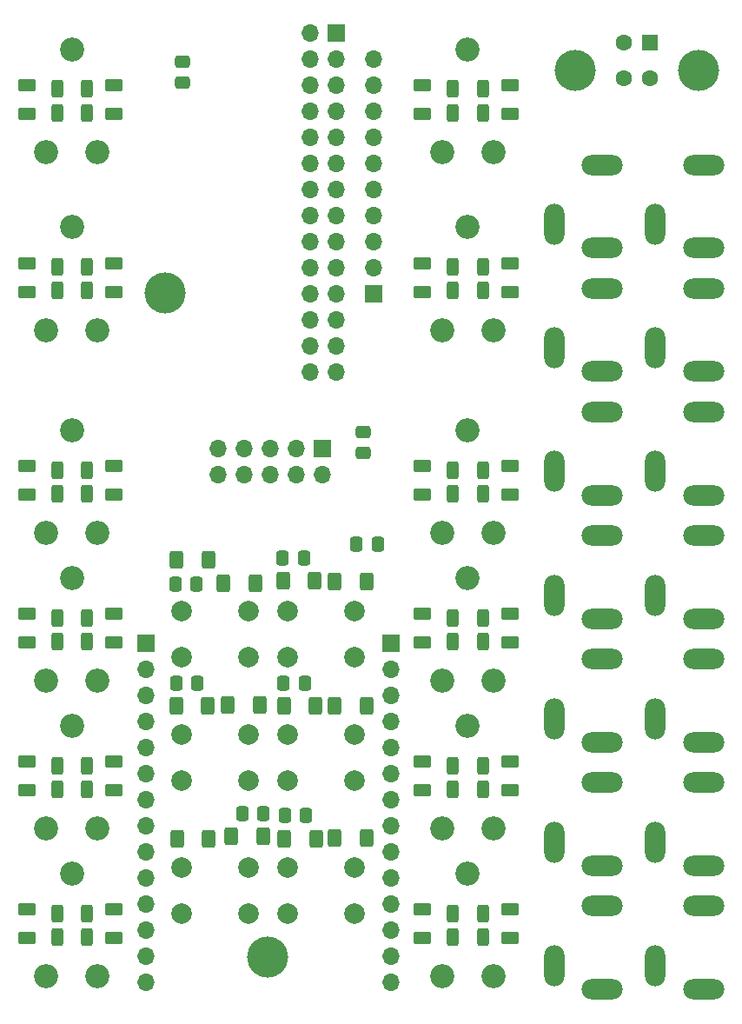
<source format=gbr>
%TF.GenerationSoftware,KiCad,Pcbnew,(6.0.6)*%
%TF.CreationDate,2022-11-26T14:50:16+01:00*%
%TF.ProjectId,wt,77742e6b-6963-4616-945f-706362585858,rev?*%
%TF.SameCoordinates,Original*%
%TF.FileFunction,Soldermask,Top*%
%TF.FilePolarity,Negative*%
%FSLAX46Y46*%
G04 Gerber Fmt 4.6, Leading zero omitted, Abs format (unit mm)*
G04 Created by KiCad (PCBNEW (6.0.6)) date 2022-11-26 14:50:16*
%MOMM*%
%LPD*%
G01*
G04 APERTURE LIST*
G04 Aperture macros list*
%AMRoundRect*
0 Rectangle with rounded corners*
0 $1 Rounding radius*
0 $2 $3 $4 $5 $6 $7 $8 $9 X,Y pos of 4 corners*
0 Add a 4 corners polygon primitive as box body*
4,1,4,$2,$3,$4,$5,$6,$7,$8,$9,$2,$3,0*
0 Add four circle primitives for the rounded corners*
1,1,$1+$1,$2,$3*
1,1,$1+$1,$4,$5*
1,1,$1+$1,$6,$7*
1,1,$1+$1,$8,$9*
0 Add four rect primitives between the rounded corners*
20,1,$1+$1,$2,$3,$4,$5,0*
20,1,$1+$1,$4,$5,$6,$7,0*
20,1,$1+$1,$6,$7,$8,$9,0*
20,1,$1+$1,$8,$9,$2,$3,0*%
G04 Aperture macros list end*
%ADD10C,2.340000*%
%ADD11RoundRect,0.250000X-0.312500X-0.625000X0.312500X-0.625000X0.312500X0.625000X-0.312500X0.625000X0*%
%ADD12RoundRect,0.250000X-0.625000X0.375000X-0.625000X-0.375000X0.625000X-0.375000X0.625000X0.375000X0*%
%ADD13C,2.000000*%
%ADD14C,4.000000*%
%ADD15O,4.000000X2.000000*%
%ADD16O,2.000000X4.000000*%
%ADD17RoundRect,0.250000X-0.400000X-0.625000X0.400000X-0.625000X0.400000X0.625000X-0.400000X0.625000X0*%
%ADD18R,1.700000X1.700000*%
%ADD19O,1.700000X1.700000*%
%ADD20RoundRect,0.250000X0.400000X0.625000X-0.400000X0.625000X-0.400000X-0.625000X0.400000X-0.625000X0*%
%ADD21R,1.600000X1.600000*%
%ADD22C,1.600000*%
%ADD23RoundRect,0.250000X-0.337500X-0.475000X0.337500X-0.475000X0.337500X0.475000X-0.337500X0.475000X0*%
%ADD24RoundRect,0.250000X-0.475000X0.337500X-0.475000X-0.337500X0.475000X-0.337500X0.475000X0.337500X0*%
%ADD25RoundRect,0.250000X0.337500X0.475000X-0.337500X0.475000X-0.337500X-0.475000X0.337500X-0.475000X0*%
G04 APERTURE END LIST*
D10*
%TO.C,RV13*%
X8540012Y-33479999D03*
X6040012Y-23479999D03*
X3540012Y-33479999D03*
D11*
X7513312Y-29657199D03*
X4588312Y-29657199D03*
D12*
X1618612Y-26977599D03*
X1618612Y-29777599D03*
D11*
X4588312Y-27345799D03*
X7513312Y-27345799D03*
D12*
X10152812Y-26977599D03*
X10152812Y-29777599D03*
%TD*%
D13*
%TO.C,SW2*%
X16751678Y-60867225D03*
X23251678Y-60867225D03*
X16751678Y-65367225D03*
X23251678Y-65367225D03*
%TD*%
%TO.C,SW5*%
X16751678Y-85867225D03*
X23251678Y-85867225D03*
X16751678Y-90367225D03*
X23251678Y-90367225D03*
%TD*%
D14*
%TO.C,REF\u002A\u002A*%
X15134713Y-29863114D03*
%TD*%
D13*
%TO.C,SW4*%
X33577600Y-72901115D03*
X27077600Y-72901115D03*
X33577600Y-77401115D03*
X27077600Y-77401115D03*
%TD*%
D15*
%TO.C,U12*%
X67600000Y-49568571D03*
X67600000Y-41468571D03*
D16*
X62900000Y-47268571D03*
%TD*%
D17*
%TO.C,R39*%
X21210000Y-70040000D03*
X24310000Y-70040000D03*
%TD*%
D18*
%TO.C,J3*%
X35427044Y-30000000D03*
D19*
X35427044Y-27460000D03*
X35427044Y-24920000D03*
X35427044Y-22380000D03*
X35427044Y-19840000D03*
X35427044Y-17300000D03*
X35427044Y-14760000D03*
X35427044Y-12220000D03*
X35427044Y-9680000D03*
X35427044Y-7140000D03*
%TD*%
D20*
%TO.C,R30*%
X19304600Y-55880000D03*
X16204600Y-55880000D03*
%TD*%
D13*
%TO.C,SW3*%
X16751678Y-72901115D03*
X23251678Y-72901115D03*
X16751678Y-77401115D03*
X23251678Y-77401115D03*
%TD*%
D10*
%TO.C,RV5*%
X47100000Y-53263333D03*
X44600000Y-43263333D03*
X42100000Y-53263333D03*
D11*
X46073300Y-49440533D03*
X43148300Y-49440533D03*
D12*
X40178600Y-46760933D03*
X40178600Y-49560933D03*
D11*
X43148300Y-47129133D03*
X46073300Y-47129133D03*
D12*
X48712800Y-46760933D03*
X48712800Y-49560933D03*
%TD*%
D18*
%TO.C,J4*%
X30427044Y-45000000D03*
D19*
X30427044Y-47540000D03*
X27887044Y-45000000D03*
X27887044Y-47540000D03*
X25347044Y-45000000D03*
X25347044Y-47540000D03*
X22807044Y-45000000D03*
X22807044Y-47540000D03*
X20267044Y-45000000D03*
X20267044Y-47540000D03*
%TD*%
D21*
%TO.C,J1*%
X62310000Y-5477500D03*
D22*
X59810000Y-5477500D03*
X59810000Y-8977500D03*
X62310000Y-8977500D03*
D14*
X55040000Y-8187500D03*
X67080000Y-8187500D03*
%TD*%
D20*
%TO.C,R40*%
X29780000Y-70080000D03*
X26680000Y-70080000D03*
%TD*%
D15*
%TO.C,U8*%
X57700000Y-49568571D03*
X57700000Y-41468571D03*
D16*
X53000000Y-47268571D03*
%TD*%
D23*
%TO.C,C11*%
X16082500Y-58270000D03*
X18157500Y-58270000D03*
%TD*%
D15*
%TO.C,U13*%
X67600000Y-73639285D03*
X67600000Y-65539285D03*
D16*
X62900000Y-71339285D03*
%TD*%
D10*
%TO.C,RV1*%
X8540012Y-53263333D03*
X6040012Y-43263333D03*
X3540012Y-53263333D03*
D11*
X7513312Y-49440533D03*
X4588312Y-49440533D03*
D12*
X1618612Y-46760933D03*
X1618612Y-49560933D03*
D11*
X4588312Y-47129133D03*
X7513312Y-47129133D03*
D12*
X10152812Y-46760933D03*
X10152812Y-49560933D03*
%TD*%
D17*
%TO.C,R45*%
X31630000Y-82990000D03*
X34730000Y-82990000D03*
%TD*%
D23*
%TO.C,C10*%
X26552500Y-55730000D03*
X28627500Y-55730000D03*
%TD*%
D10*
%TO.C,RV10*%
X47100000Y-67653333D03*
X44600000Y-57653333D03*
X42100000Y-67653333D03*
D11*
X46073300Y-63830533D03*
X43148300Y-63830533D03*
D12*
X40178600Y-61150933D03*
X40178600Y-63950933D03*
D11*
X43148300Y-61519133D03*
X46073300Y-61519133D03*
D12*
X48712800Y-61150933D03*
X48712800Y-63950933D03*
%TD*%
D15*
%TO.C,U22*%
X57700000Y-37533214D03*
X57700000Y-29433214D03*
D16*
X53000000Y-35233214D03*
%TD*%
D14*
%TO.C,REF\u002A\u002A*%
X25095200Y-94570800D03*
%TD*%
D24*
%TO.C,C37*%
X34417000Y-43412500D03*
X34417000Y-45487500D03*
%TD*%
D10*
%TO.C,RV7*%
X47100000Y-96433333D03*
X44600000Y-86433333D03*
X42100000Y-96433333D03*
D11*
X46073300Y-92610533D03*
X43148300Y-92610533D03*
D12*
X40178600Y-89930933D03*
X40178600Y-92730933D03*
D11*
X43148300Y-90299133D03*
X46073300Y-90299133D03*
D12*
X48712800Y-89930933D03*
X48712800Y-92730933D03*
%TD*%
D17*
%TO.C,R14*%
X31630000Y-57950000D03*
X34730000Y-57950000D03*
%TD*%
D23*
%TO.C,C13*%
X26622500Y-67880000D03*
X28697500Y-67880000D03*
%TD*%
D20*
%TO.C,R38*%
X19270000Y-70090000D03*
X16170000Y-70090000D03*
%TD*%
D10*
%TO.C,RV2*%
X8540012Y-67653333D03*
X6040012Y-57653333D03*
X3540012Y-67653333D03*
D11*
X7513312Y-63830533D03*
X4588312Y-63830533D03*
D12*
X1618612Y-61150933D03*
X1618612Y-63950933D03*
D11*
X4588312Y-61519133D03*
X7513312Y-61519133D03*
D12*
X10152812Y-61150933D03*
X10152812Y-63950933D03*
%TD*%
D15*
%TO.C,Out_2*%
X67600000Y-97710000D03*
X67600000Y-89610000D03*
D16*
X62900000Y-95410000D03*
%TD*%
D15*
%TO.C,Out_1*%
X57700000Y-97710000D03*
X57700000Y-89610000D03*
D16*
X53000000Y-95410000D03*
%TD*%
D10*
%TO.C,RV11*%
X47100000Y-33479999D03*
X44600000Y-23479999D03*
X42100000Y-33479999D03*
D11*
X46073300Y-29657199D03*
X43148300Y-29657199D03*
D12*
X40178600Y-26977599D03*
X40178600Y-29777599D03*
D11*
X43148300Y-27345799D03*
X46073300Y-27345799D03*
D12*
X48712800Y-26977599D03*
X48712800Y-29777599D03*
%TD*%
D23*
%TO.C,C15*%
X26752500Y-80770000D03*
X28827500Y-80770000D03*
%TD*%
D10*
%TO.C,RV8*%
X8540012Y-16136666D03*
X6040012Y-6136666D03*
X3540012Y-16136666D03*
D11*
X7513312Y-12313866D03*
X4588312Y-12313866D03*
D12*
X1618612Y-9634266D03*
X1618612Y-12434266D03*
D11*
X4588312Y-10002466D03*
X7513312Y-10002466D03*
D12*
X10152812Y-9634266D03*
X10152812Y-12434266D03*
%TD*%
D13*
%TO.C,SW6*%
X27077600Y-85867225D03*
X33577600Y-85867225D03*
X27077600Y-90367225D03*
X33577600Y-90367225D03*
%TD*%
D25*
%TO.C,C14*%
X24710300Y-80594200D03*
X22635300Y-80594200D03*
%TD*%
D10*
%TO.C,RV12*%
X47100000Y-16136666D03*
X44600000Y-6136666D03*
X42100000Y-16136666D03*
D11*
X46073300Y-12313866D03*
X43148300Y-12313866D03*
D12*
X40178600Y-9634266D03*
X40178600Y-12434266D03*
D11*
X43148300Y-10002466D03*
X46073300Y-10002466D03*
D12*
X48712800Y-9634266D03*
X48712800Y-12434266D03*
%TD*%
D10*
%TO.C,RV6*%
X47100000Y-82043333D03*
X44600000Y-72043333D03*
X42100000Y-82043333D03*
D11*
X46073300Y-78220533D03*
X43148300Y-78220533D03*
D12*
X40178600Y-75540933D03*
X40178600Y-78340933D03*
D11*
X43148300Y-75909133D03*
X46073300Y-75909133D03*
D12*
X48712800Y-75540933D03*
X48712800Y-78340933D03*
%TD*%
D15*
%TO.C,U9*%
X57700000Y-61603928D03*
X57700000Y-53503928D03*
D16*
X53000000Y-59303928D03*
%TD*%
D20*
%TO.C,R13*%
X29700000Y-57930000D03*
X26600000Y-57930000D03*
%TD*%
%TO.C,R44*%
X29820000Y-83010000D03*
X26720000Y-83010000D03*
%TD*%
D17*
%TO.C,R31*%
X20800000Y-58120000D03*
X23900000Y-58120000D03*
%TD*%
D10*
%TO.C,RV4*%
X8540012Y-96433333D03*
X6040012Y-86433333D03*
X3540012Y-96433333D03*
D11*
X7513312Y-92610533D03*
X4588312Y-92610533D03*
D12*
X1618612Y-89930933D03*
X1618612Y-92730933D03*
D11*
X4588312Y-90299133D03*
X7513312Y-90299133D03*
D12*
X10152812Y-89930933D03*
X10152812Y-92730933D03*
%TD*%
D15*
%TO.C,U21*%
X67600000Y-61603928D03*
X67600000Y-53503928D03*
D16*
X62900000Y-59303928D03*
%TD*%
D10*
%TO.C,RV3*%
X8540012Y-82043333D03*
X6040012Y-72043333D03*
X3540012Y-82043333D03*
D11*
X7513312Y-78220533D03*
X4588312Y-78220533D03*
D12*
X1618612Y-75540933D03*
X1618612Y-78340933D03*
D11*
X4588312Y-75909133D03*
X7513312Y-75909133D03*
D12*
X10152812Y-75540933D03*
X10152812Y-78340933D03*
%TD*%
D15*
%TO.C,U10*%
X57700000Y-73639285D03*
X57700000Y-65539285D03*
D16*
X53000000Y-71339285D03*
%TD*%
D17*
%TO.C,R42*%
X21538600Y-82804000D03*
X24638600Y-82804000D03*
%TD*%
D15*
%TO.C,U24*%
X67600000Y-37533214D03*
X67600000Y-29433214D03*
D16*
X62900000Y-35233214D03*
%TD*%
D15*
%TO.C,U14*%
X67600000Y-85674642D03*
X67600000Y-77574642D03*
D16*
X62900000Y-83374642D03*
%TD*%
D15*
%TO.C,U15*%
X57700000Y-25497857D03*
X57700000Y-17397857D03*
D16*
X53000000Y-23197857D03*
%TD*%
D24*
%TO.C,C39*%
X16814800Y-7344500D03*
X16814800Y-9419500D03*
%TD*%
D17*
%TO.C,R41*%
X31660000Y-70070000D03*
X34760000Y-70070000D03*
%TD*%
D25*
%TO.C,C12*%
X18258700Y-67919600D03*
X16183700Y-67919600D03*
%TD*%
%TO.C,C38*%
X35810100Y-54381400D03*
X33735100Y-54381400D03*
%TD*%
D13*
%TO.C,SW1*%
X27077600Y-60867225D03*
X33577600Y-60867225D03*
X27077600Y-65367225D03*
X33577600Y-65367225D03*
%TD*%
D15*
%TO.C,U23*%
X67600000Y-25497857D03*
X67600000Y-17397857D03*
D16*
X62900000Y-23197857D03*
%TD*%
D15*
%TO.C,U11*%
X57700000Y-85674642D03*
X57700000Y-77574642D03*
D16*
X53000000Y-83374642D03*
%TD*%
D20*
%TO.C,R43*%
X19380800Y-83032600D03*
X16280800Y-83032600D03*
%TD*%
D18*
%TO.C,FrontBoard_3*%
X37159800Y-64000000D03*
D19*
X37159800Y-66540000D03*
X37159800Y-69080000D03*
X37159800Y-71620000D03*
X37159800Y-74160000D03*
X37159800Y-76700000D03*
X37159800Y-79240000D03*
X37159800Y-81780000D03*
X37159800Y-84320000D03*
X37159800Y-86860000D03*
X37159800Y-89400000D03*
X37159800Y-91940000D03*
X37159800Y-94480000D03*
X37159800Y-97020000D03*
%TD*%
D18*
%TO.C,FrontBoard_1*%
X31750000Y-4597400D03*
D19*
X29210000Y-4597400D03*
X31750000Y-7137400D03*
X29210000Y-7137400D03*
X31750000Y-9677400D03*
X29210000Y-9677400D03*
X31750000Y-12217400D03*
X29210000Y-12217400D03*
X31750000Y-14757400D03*
X29210000Y-14757400D03*
X31750000Y-17297400D03*
X29210000Y-17297400D03*
X31750000Y-19837400D03*
X29210000Y-19837400D03*
X31750000Y-22377400D03*
X29210000Y-22377400D03*
X31750000Y-24917400D03*
X29210000Y-24917400D03*
X31750000Y-27457400D03*
X29210000Y-27457400D03*
X31750000Y-29997400D03*
X29210000Y-29997400D03*
X31750000Y-32537400D03*
X29210000Y-32537400D03*
X31750000Y-35077400D03*
X29210000Y-35077400D03*
X31750000Y-37617400D03*
X29210000Y-37617400D03*
%TD*%
D18*
%TO.C,FrontBoard_2*%
X13207600Y-64000000D03*
D19*
X13207600Y-66540000D03*
X13207600Y-69080000D03*
X13207600Y-71620000D03*
X13207600Y-74160000D03*
X13207600Y-76700000D03*
X13207600Y-79240000D03*
X13207600Y-81780000D03*
X13207600Y-84320000D03*
X13207600Y-86860000D03*
X13207600Y-89400000D03*
X13207600Y-91940000D03*
X13207600Y-94480000D03*
X13207600Y-97020000D03*
%TD*%
M02*

</source>
